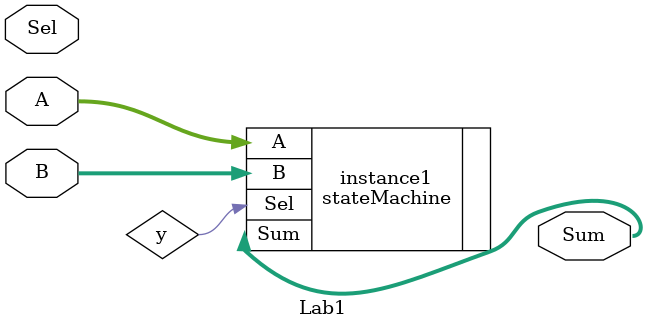
<source format=v>
module Lab1(
    input [7:0] A,
    input [7:0] B,
    input [1:0] Sel,
    output wire [7:0] Sum
    );
    
    stateMachine instance1 (.A(A), .B(B), .Sel(y), .Sum(Sum) ); //adder8bits
    Memory instance2 ( .a(Sel), .b(Sel), .c(Sel), .d(Sel) ); //customlogic
    
endmodule

</source>
